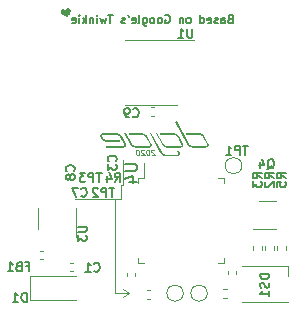
<source format=gbo>
%TF.GenerationSoftware,KiCad,Pcbnew,(5.1.7)-1*%
%TF.CreationDate,2021-02-13T17:52:44+01:00*%
%TF.ProjectId,twonkie,74776f6e-6b69-4652-9e6b-696361645f70,rev?*%
%TF.SameCoordinates,PX448d510PY20b3950*%
%TF.FileFunction,Legend,Bot*%
%TF.FilePolarity,Positive*%
%FSLAX46Y46*%
G04 Gerber Fmt 4.6, Leading zero omitted, Abs format (unit mm)*
G04 Created by KiCad (PCBNEW (5.1.7)-1) date 2021-02-13 17:52:44*
%MOMM*%
%LPD*%
G01*
G04 APERTURE LIST*
%ADD10C,0.127000*%
%ADD11C,0.114300*%
%ADD12C,0.120000*%
%ADD13C,0.100000*%
%ADD14C,0.150000*%
G04 APERTURE END LIST*
D10*
X20026085Y-1030514D02*
X19928114Y-1063171D01*
X19895457Y-1095828D01*
X19862800Y-1161142D01*
X19862800Y-1259114D01*
X19895457Y-1324428D01*
X19928114Y-1357085D01*
X19993428Y-1389742D01*
X20254685Y-1389742D01*
X20254685Y-703942D01*
X20026085Y-703942D01*
X19960771Y-736600D01*
X19928114Y-769257D01*
X19895457Y-834571D01*
X19895457Y-899885D01*
X19928114Y-965200D01*
X19960771Y-997857D01*
X20026085Y-1030514D01*
X20254685Y-1030514D01*
X19274971Y-1389742D02*
X19274971Y-1030514D01*
X19307628Y-965200D01*
X19372942Y-932542D01*
X19503571Y-932542D01*
X19568885Y-965200D01*
X19274971Y-1357085D02*
X19340285Y-1389742D01*
X19503571Y-1389742D01*
X19568885Y-1357085D01*
X19601542Y-1291771D01*
X19601542Y-1226457D01*
X19568885Y-1161142D01*
X19503571Y-1128485D01*
X19340285Y-1128485D01*
X19274971Y-1095828D01*
X18981057Y-1357085D02*
X18915742Y-1389742D01*
X18785114Y-1389742D01*
X18719800Y-1357085D01*
X18687142Y-1291771D01*
X18687142Y-1259114D01*
X18719800Y-1193800D01*
X18785114Y-1161142D01*
X18883085Y-1161142D01*
X18948400Y-1128485D01*
X18981057Y-1063171D01*
X18981057Y-1030514D01*
X18948400Y-965200D01*
X18883085Y-932542D01*
X18785114Y-932542D01*
X18719800Y-965200D01*
X18131971Y-1357085D02*
X18197285Y-1389742D01*
X18327914Y-1389742D01*
X18393228Y-1357085D01*
X18425885Y-1291771D01*
X18425885Y-1030514D01*
X18393228Y-965200D01*
X18327914Y-932542D01*
X18197285Y-932542D01*
X18131971Y-965200D01*
X18099314Y-1030514D01*
X18099314Y-1095828D01*
X18425885Y-1161142D01*
X17511485Y-1389742D02*
X17511485Y-703942D01*
X17511485Y-1357085D02*
X17576800Y-1389742D01*
X17707428Y-1389742D01*
X17772742Y-1357085D01*
X17805400Y-1324428D01*
X17838057Y-1259114D01*
X17838057Y-1063171D01*
X17805400Y-997857D01*
X17772742Y-965200D01*
X17707428Y-932542D01*
X17576800Y-932542D01*
X17511485Y-965200D01*
X16564428Y-1389742D02*
X16629742Y-1357085D01*
X16662400Y-1324428D01*
X16695057Y-1259114D01*
X16695057Y-1063171D01*
X16662400Y-997857D01*
X16629742Y-965200D01*
X16564428Y-932542D01*
X16466457Y-932542D01*
X16401142Y-965200D01*
X16368485Y-997857D01*
X16335828Y-1063171D01*
X16335828Y-1259114D01*
X16368485Y-1324428D01*
X16401142Y-1357085D01*
X16466457Y-1389742D01*
X16564428Y-1389742D01*
X16041914Y-932542D02*
X16041914Y-1389742D01*
X16041914Y-997857D02*
X16009257Y-965200D01*
X15943942Y-932542D01*
X15845971Y-932542D01*
X15780657Y-965200D01*
X15748000Y-1030514D01*
X15748000Y-1389742D01*
X14539685Y-736600D02*
X14605000Y-703942D01*
X14702971Y-703942D01*
X14800942Y-736600D01*
X14866257Y-801914D01*
X14898914Y-867228D01*
X14931571Y-997857D01*
X14931571Y-1095828D01*
X14898914Y-1226457D01*
X14866257Y-1291771D01*
X14800942Y-1357085D01*
X14702971Y-1389742D01*
X14637657Y-1389742D01*
X14539685Y-1357085D01*
X14507028Y-1324428D01*
X14507028Y-1095828D01*
X14637657Y-1095828D01*
X14115142Y-1389742D02*
X14180457Y-1357085D01*
X14213114Y-1324428D01*
X14245771Y-1259114D01*
X14245771Y-1063171D01*
X14213114Y-997857D01*
X14180457Y-965200D01*
X14115142Y-932542D01*
X14017171Y-932542D01*
X13951857Y-965200D01*
X13919200Y-997857D01*
X13886542Y-1063171D01*
X13886542Y-1259114D01*
X13919200Y-1324428D01*
X13951857Y-1357085D01*
X14017171Y-1389742D01*
X14115142Y-1389742D01*
X13494657Y-1389742D02*
X13559971Y-1357085D01*
X13592628Y-1324428D01*
X13625285Y-1259114D01*
X13625285Y-1063171D01*
X13592628Y-997857D01*
X13559971Y-965200D01*
X13494657Y-932542D01*
X13396685Y-932542D01*
X13331371Y-965200D01*
X13298714Y-997857D01*
X13266057Y-1063171D01*
X13266057Y-1259114D01*
X13298714Y-1324428D01*
X13331371Y-1357085D01*
X13396685Y-1389742D01*
X13494657Y-1389742D01*
X12678228Y-932542D02*
X12678228Y-1487714D01*
X12710885Y-1553028D01*
X12743542Y-1585685D01*
X12808857Y-1618342D01*
X12906828Y-1618342D01*
X12972142Y-1585685D01*
X12678228Y-1357085D02*
X12743542Y-1389742D01*
X12874171Y-1389742D01*
X12939485Y-1357085D01*
X12972142Y-1324428D01*
X13004800Y-1259114D01*
X13004800Y-1063171D01*
X12972142Y-997857D01*
X12939485Y-965200D01*
X12874171Y-932542D01*
X12743542Y-932542D01*
X12678228Y-965200D01*
X12253685Y-1389742D02*
X12319000Y-1357085D01*
X12351657Y-1291771D01*
X12351657Y-703942D01*
X11731171Y-1357085D02*
X11796485Y-1389742D01*
X11927114Y-1389742D01*
X11992428Y-1357085D01*
X12025085Y-1291771D01*
X12025085Y-1030514D01*
X11992428Y-965200D01*
X11927114Y-932542D01*
X11796485Y-932542D01*
X11731171Y-965200D01*
X11698514Y-1030514D01*
X11698514Y-1095828D01*
X12025085Y-1161142D01*
X11371942Y-703942D02*
X11437257Y-834571D01*
X11110685Y-1357085D02*
X11045371Y-1389742D01*
X10914742Y-1389742D01*
X10849428Y-1357085D01*
X10816771Y-1291771D01*
X10816771Y-1259114D01*
X10849428Y-1193800D01*
X10914742Y-1161142D01*
X11012714Y-1161142D01*
X11078028Y-1128485D01*
X11110685Y-1063171D01*
X11110685Y-1030514D01*
X11078028Y-965200D01*
X11012714Y-932542D01*
X10914742Y-932542D01*
X10849428Y-965200D01*
X10098314Y-703942D02*
X9706428Y-703942D01*
X9902371Y-1389742D02*
X9902371Y-703942D01*
X9543142Y-932542D02*
X9412514Y-1389742D01*
X9281885Y-1063171D01*
X9151257Y-1389742D01*
X9020628Y-932542D01*
X8759371Y-1389742D02*
X8759371Y-932542D01*
X8759371Y-703942D02*
X8792028Y-736600D01*
X8759371Y-769257D01*
X8726714Y-736600D01*
X8759371Y-703942D01*
X8759371Y-769257D01*
X8432800Y-932542D02*
X8432800Y-1389742D01*
X8432800Y-997857D02*
X8400142Y-965200D01*
X8334828Y-932542D01*
X8236857Y-932542D01*
X8171542Y-965200D01*
X8138885Y-1030514D01*
X8138885Y-1389742D01*
X7812314Y-1389742D02*
X7812314Y-703942D01*
X7747000Y-1128485D02*
X7551057Y-1389742D01*
X7551057Y-932542D02*
X7812314Y-1193800D01*
X7257142Y-1389742D02*
X7257142Y-932542D01*
X7257142Y-703942D02*
X7289800Y-736600D01*
X7257142Y-769257D01*
X7224485Y-736600D01*
X7257142Y-703942D01*
X7257142Y-769257D01*
X6669314Y-1357085D02*
X6734628Y-1389742D01*
X6865257Y-1389742D01*
X6930571Y-1357085D01*
X6963228Y-1291771D01*
X6963228Y-1030514D01*
X6930571Y-965200D01*
X6865257Y-932542D01*
X6734628Y-932542D01*
X6669314Y-965200D01*
X6636657Y-1030514D01*
X6636657Y-1095828D01*
X6963228Y-1161142D01*
D11*
X13608492Y-12175671D02*
X13583999Y-12153900D01*
X13537735Y-12132128D01*
X13428877Y-12132128D01*
X13388056Y-12153900D01*
X13369006Y-12175671D01*
X13352677Y-12219214D01*
X13358120Y-12262757D01*
X13388056Y-12328071D01*
X13681970Y-12589328D01*
X13398942Y-12589328D01*
X13058763Y-12132128D02*
X13015220Y-12132128D01*
X12974399Y-12153900D01*
X12955349Y-12175671D01*
X12939020Y-12219214D01*
X12928135Y-12306300D01*
X12941742Y-12415157D01*
X12974399Y-12502242D01*
X13001613Y-12545785D01*
X13026106Y-12567557D01*
X13072370Y-12589328D01*
X13115913Y-12589328D01*
X13156735Y-12567557D01*
X13175785Y-12545785D01*
X13192113Y-12502242D01*
X13202999Y-12415157D01*
X13189392Y-12306300D01*
X13156735Y-12219214D01*
X13129520Y-12175671D01*
X13105027Y-12153900D01*
X13058763Y-12132128D01*
X12737635Y-12175671D02*
X12713142Y-12153900D01*
X12666877Y-12132128D01*
X12558020Y-12132128D01*
X12517199Y-12153900D01*
X12498149Y-12175671D01*
X12481820Y-12219214D01*
X12487263Y-12262757D01*
X12517199Y-12328071D01*
X12811113Y-12589328D01*
X12528085Y-12589328D01*
X12187906Y-12132128D02*
X12144363Y-12132128D01*
X12103542Y-12153900D01*
X12084492Y-12175671D01*
X12068163Y-12219214D01*
X12057277Y-12306300D01*
X12070885Y-12415157D01*
X12103542Y-12502242D01*
X12130756Y-12545785D01*
X12155249Y-12567557D01*
X12201513Y-12589328D01*
X12245056Y-12589328D01*
X12285877Y-12567557D01*
X12304927Y-12545785D01*
X12321256Y-12502242D01*
X12332142Y-12415157D01*
X12318535Y-12306300D01*
X12285877Y-12219214D01*
X12258663Y-12175671D01*
X12234170Y-12153900D01*
X12187906Y-12132128D01*
D12*
X10922000Y-15113000D02*
X10922000Y-12954000D01*
X10795000Y-15113000D02*
X10922000Y-15113000D01*
X10795000Y-16256000D02*
X10795000Y-15113000D01*
X10287000Y-16256000D02*
X10795000Y-16256000D01*
X6921500Y-16256000D02*
X10287000Y-16256000D01*
X11430000Y-24257000D02*
X10985500Y-24574500D01*
X11430000Y-24257000D02*
X10985500Y-23939500D01*
X10287000Y-24257000D02*
X11430000Y-24257000D01*
X10287000Y-16256000D02*
X10287000Y-24257000D01*
%TO.C,C8*%
X11980500Y-22553665D02*
X11980500Y-22785335D01*
X11260500Y-22553665D02*
X11260500Y-22785335D01*
%TO.C,Q4*%
X22475000Y-16493000D02*
X23875000Y-16493000D01*
X23875000Y-18813000D02*
X21975000Y-18813000D01*
%TO.C,U4*%
X19485000Y-21257500D02*
X19485000Y-21707500D01*
X19485000Y-21707500D02*
X19035000Y-21707500D01*
X19485000Y-14937500D02*
X19485000Y-14487500D01*
X19485000Y-14487500D02*
X19035000Y-14487500D01*
X12265000Y-21257500D02*
X12265000Y-21707500D01*
X12265000Y-21707500D02*
X12715000Y-21707500D01*
X12265000Y-14937500D02*
X12265000Y-14487500D01*
X12265000Y-14487500D02*
X12715000Y-14487500D01*
X12715000Y-14487500D02*
X12715000Y-13197500D01*
D13*
%TO.C,*%
G36*
X6214655Y-854656D02*
G01*
X6162848Y-826408D01*
X6095867Y-796247D01*
X6000165Y-757073D01*
X5945067Y-732814D01*
X5898296Y-709254D01*
X5832708Y-667916D01*
X5782365Y-619780D01*
X5745518Y-562739D01*
X5720420Y-494682D01*
X5709029Y-438621D01*
X5711733Y-394732D01*
X5737260Y-320384D01*
X5783295Y-261733D01*
X5819455Y-233713D01*
X5874070Y-213027D01*
X5931791Y-202942D01*
X5976524Y-210472D01*
X6042799Y-240829D01*
X6088650Y-285422D01*
X6098971Y-303804D01*
X6104103Y-273305D01*
X6123557Y-214196D01*
X6157823Y-166741D01*
X6203376Y-131845D01*
X6256695Y-110414D01*
X6314254Y-103352D01*
X6372533Y-111564D01*
X6428007Y-135957D01*
X6477154Y-177437D01*
X6511603Y-236848D01*
X6534717Y-314976D01*
X6539852Y-389371D01*
X6531242Y-439381D01*
X6513888Y-489573D01*
X6486253Y-542912D01*
X6446797Y-602366D01*
X6393984Y-670903D01*
X6345366Y-735769D01*
X6302124Y-800613D01*
X6270606Y-852956D01*
X6257165Y-880320D01*
X6250621Y-884224D01*
X6214655Y-854656D01*
G37*
%TO.C,dojoe-logo*%
G36*
X17930013Y-11934125D02*
G01*
X17954554Y-11933343D01*
X17978483Y-11931034D01*
X18001726Y-11927257D01*
X18024208Y-11922068D01*
X18045857Y-11915525D01*
X18066598Y-11907685D01*
X18086359Y-11898606D01*
X18105064Y-11888344D01*
X18122642Y-11876958D01*
X18139018Y-11864504D01*
X18154118Y-11851041D01*
X18167869Y-11836624D01*
X18180198Y-11821312D01*
X18191030Y-11805162D01*
X18200293Y-11788232D01*
X18207912Y-11770578D01*
X18213813Y-11752258D01*
X18217924Y-11733330D01*
X18220171Y-11713850D01*
X18220480Y-11693877D01*
X18218777Y-11673467D01*
X18214989Y-11652677D01*
X18209042Y-11631566D01*
X18200863Y-11610191D01*
X18190378Y-11588608D01*
X17859126Y-10970688D01*
X17848653Y-10952803D01*
X17836556Y-10935129D01*
X17822933Y-10917710D01*
X17807880Y-10900591D01*
X17791495Y-10883815D01*
X17773875Y-10867428D01*
X17755116Y-10851472D01*
X17735316Y-10835992D01*
X17714573Y-10821032D01*
X17692982Y-10806637D01*
X17670641Y-10792851D01*
X17647647Y-10779717D01*
X17624098Y-10767280D01*
X17600090Y-10755585D01*
X17575720Y-10744674D01*
X17551086Y-10734594D01*
X17526285Y-10725386D01*
X17501413Y-10717097D01*
X17476567Y-10709769D01*
X17451846Y-10703448D01*
X17427345Y-10698177D01*
X17403163Y-10694000D01*
X17379395Y-10690962D01*
X17356140Y-10689107D01*
X17333494Y-10688479D01*
X16263504Y-10688479D01*
X16263504Y-10822227D01*
X17333494Y-10822227D01*
X17357203Y-10823160D01*
X17381744Y-10825882D01*
X17406927Y-10830277D01*
X17432560Y-10836230D01*
X17458452Y-10843626D01*
X17484414Y-10852349D01*
X17510254Y-10862284D01*
X17535782Y-10873315D01*
X17560806Y-10885327D01*
X17585137Y-10898204D01*
X17608583Y-10911832D01*
X17630954Y-10926094D01*
X17652060Y-10940874D01*
X17671708Y-10956059D01*
X17689709Y-10971532D01*
X17705872Y-10987177D01*
X17720007Y-11002880D01*
X17731922Y-11018525D01*
X17741427Y-11033996D01*
X18072679Y-11651915D01*
X18080250Y-11669446D01*
X18084248Y-11687061D01*
X18084682Y-11704454D01*
X18081563Y-11721316D01*
X18074903Y-11737343D01*
X18064712Y-11752227D01*
X18051000Y-11765663D01*
X18033778Y-11777342D01*
X18013058Y-11786960D01*
X17988850Y-11794210D01*
X17961164Y-11798784D01*
X17930013Y-11800377D01*
X16926897Y-11800377D01*
X16903120Y-11799444D01*
X16878519Y-11796722D01*
X16853284Y-11792327D01*
X16827604Y-11786373D01*
X16801670Y-11778978D01*
X16775673Y-11770254D01*
X16749802Y-11760320D01*
X16724249Y-11749288D01*
X16699203Y-11737276D01*
X16674854Y-11724399D01*
X16651394Y-11710772D01*
X16629012Y-11696510D01*
X16607898Y-11681729D01*
X16588244Y-11666545D01*
X16570239Y-11651072D01*
X16554073Y-11635426D01*
X16539938Y-11619724D01*
X16528022Y-11604079D01*
X16518518Y-11588608D01*
X15492665Y-9676000D01*
X15374966Y-9739310D01*
X16400819Y-11651918D01*
X16411293Y-11669803D01*
X16423390Y-11687477D01*
X16437015Y-11704896D01*
X16452069Y-11722015D01*
X16468456Y-11738791D01*
X16486080Y-11755179D01*
X16504842Y-11771135D01*
X16524647Y-11786614D01*
X16545397Y-11801574D01*
X16566995Y-11815969D01*
X16589345Y-11829756D01*
X16612350Y-11842889D01*
X16635913Y-11855326D01*
X16659936Y-11867022D01*
X16684323Y-11877932D01*
X16708978Y-11888013D01*
X16733802Y-11897220D01*
X16758700Y-11905510D01*
X16783574Y-11912837D01*
X16808328Y-11919159D01*
X16832864Y-11924430D01*
X16857086Y-11928607D01*
X16880896Y-11931645D01*
X16904199Y-11933500D01*
X16926897Y-11934128D01*
X17930013Y-11934125D01*
G37*
G36*
X10923806Y-11942611D02*
G01*
X10950504Y-11941701D01*
X10976544Y-11938998D01*
X11001817Y-11934544D01*
X11026219Y-11928383D01*
X11049642Y-11920555D01*
X11071980Y-11911104D01*
X11093127Y-11900070D01*
X11112975Y-11887497D01*
X11131418Y-11873427D01*
X11148350Y-11857901D01*
X11163663Y-11840962D01*
X11177636Y-11821926D01*
X11189362Y-11801872D01*
X11198783Y-11780930D01*
X11205840Y-11759231D01*
X11210476Y-11736904D01*
X11212631Y-11714081D01*
X11212248Y-11690893D01*
X11209268Y-11667469D01*
X11203633Y-11643941D01*
X11195284Y-11620439D01*
X11184163Y-11597093D01*
X10852912Y-10979174D01*
X10842444Y-10961287D01*
X10830358Y-10943607D01*
X10816753Y-10926179D01*
X10801723Y-10909047D01*
X10785364Y-10892255D01*
X10767773Y-10875849D01*
X10749044Y-10859873D01*
X10729275Y-10844371D01*
X10708560Y-10829387D01*
X10686997Y-10814967D01*
X10664680Y-10801154D01*
X10641705Y-10787994D01*
X10618169Y-10775530D01*
X10594167Y-10763808D01*
X10569796Y-10752872D01*
X10545150Y-10742766D01*
X10520327Y-10733534D01*
X10495421Y-10725222D01*
X10470529Y-10717874D01*
X10445746Y-10711535D01*
X10421169Y-10706248D01*
X10396894Y-10702058D01*
X10373015Y-10699011D01*
X10349630Y-10697149D01*
X10326833Y-10696519D01*
X9323718Y-10696519D01*
X9297018Y-10697430D01*
X9270978Y-10700135D01*
X9245703Y-10704595D01*
X9221302Y-10710768D01*
X9197879Y-10718616D01*
X9175541Y-10728098D01*
X9154396Y-10739174D01*
X9134549Y-10751804D01*
X9116106Y-10765947D01*
X9099175Y-10781563D01*
X9083861Y-10798613D01*
X9069889Y-10817537D01*
X9058163Y-10837502D01*
X9048742Y-10858378D01*
X9041685Y-10880033D01*
X9037049Y-10902338D01*
X9034894Y-10925161D01*
X9035277Y-10948372D01*
X9038257Y-10971840D01*
X9043892Y-10995435D01*
X9052241Y-11019026D01*
X9063361Y-11042482D01*
X9129341Y-11165977D01*
X9139862Y-11183862D01*
X9151995Y-11201536D01*
X9165644Y-11218954D01*
X9180712Y-11236074D01*
X9197106Y-11252849D01*
X9214727Y-11269237D01*
X9233481Y-11285193D01*
X9253272Y-11300673D01*
X9274004Y-11315633D01*
X9295580Y-11330028D01*
X9317906Y-11343814D01*
X9340884Y-11356948D01*
X9364420Y-11369385D01*
X9388417Y-11381080D01*
X9412780Y-11391991D01*
X9437413Y-11402072D01*
X9462219Y-11411279D01*
X9487103Y-11419569D01*
X9511969Y-11426896D01*
X9536722Y-11433218D01*
X9561264Y-11438489D01*
X9585501Y-11442666D01*
X9609337Y-11445704D01*
X9632675Y-11447559D01*
X9655419Y-11448187D01*
X10725409Y-11448187D01*
X10725409Y-11314438D01*
X9655419Y-11314438D01*
X9631647Y-11313509D01*
X9607056Y-11310796D01*
X9581836Y-11306416D01*
X9556178Y-11300481D01*
X9530269Y-11293107D01*
X9504301Y-11284407D01*
X9478462Y-11274495D01*
X9452942Y-11263487D01*
X9427931Y-11251496D01*
X9403618Y-11238636D01*
X9380192Y-11225022D01*
X9357844Y-11210768D01*
X9336762Y-11195988D01*
X9317137Y-11180797D01*
X9299157Y-11165309D01*
X9283012Y-11149638D01*
X9268893Y-11133898D01*
X9256988Y-11118203D01*
X9247486Y-11102669D01*
X9181056Y-10979174D01*
X9171861Y-10956880D01*
X9168490Y-10936063D01*
X9170346Y-10916808D01*
X9176833Y-10899200D01*
X9187356Y-10883324D01*
X9200652Y-10869640D01*
X9217774Y-10857083D01*
X9238684Y-10846260D01*
X9263347Y-10837778D01*
X9291724Y-10832244D01*
X9323779Y-10830264D01*
X10326895Y-10830264D01*
X10350668Y-10831197D01*
X10375260Y-10833919D01*
X10400480Y-10838316D01*
X10426142Y-10844272D01*
X10452054Y-10851671D01*
X10478028Y-10860400D01*
X10503875Y-10870343D01*
X10529406Y-10881385D01*
X10554432Y-10893411D01*
X10578763Y-10906306D01*
X10602210Y-10919955D01*
X10624584Y-10934243D01*
X10645697Y-10949054D01*
X10665358Y-10964274D01*
X10683378Y-10979788D01*
X10699570Y-10995480D01*
X10713743Y-11011236D01*
X10725707Y-11026940D01*
X10735275Y-11042478D01*
X11066525Y-11660398D01*
X11075720Y-11682477D01*
X11079089Y-11703188D01*
X11077232Y-11722444D01*
X11070745Y-11740160D01*
X11060225Y-11756248D01*
X11046933Y-11769742D01*
X11029813Y-11782172D01*
X11008901Y-11792918D01*
X10984237Y-11801361D01*
X10955858Y-11806880D01*
X10923801Y-11808858D01*
X9519439Y-11808858D01*
X9519439Y-11942607D01*
X10923806Y-11942611D01*
G37*
G36*
X13097224Y-11942611D02*
G01*
X13123922Y-11941701D01*
X13149961Y-11938998D01*
X13175235Y-11934544D01*
X13199637Y-11928383D01*
X13223060Y-11920555D01*
X13245398Y-11911104D01*
X13266544Y-11900070D01*
X13286392Y-11887497D01*
X13304835Y-11873427D01*
X13321767Y-11857901D01*
X13337080Y-11840962D01*
X13351053Y-11821926D01*
X13362779Y-11801872D01*
X13372200Y-11780930D01*
X13379258Y-11759231D01*
X13383894Y-11736904D01*
X13386050Y-11714081D01*
X13385668Y-11690893D01*
X13382689Y-11667469D01*
X13377056Y-11643941D01*
X13368709Y-11620439D01*
X13357590Y-11597093D01*
X13026339Y-10979174D01*
X13015869Y-10961287D01*
X13003783Y-10943607D01*
X12990177Y-10926179D01*
X12975146Y-10909047D01*
X12958787Y-10892255D01*
X12941195Y-10875849D01*
X12922467Y-10859873D01*
X12902697Y-10844371D01*
X12881983Y-10829387D01*
X12860419Y-10814967D01*
X12838102Y-10801154D01*
X12815128Y-10787994D01*
X12791592Y-10775530D01*
X12767591Y-10763808D01*
X12743219Y-10752872D01*
X12718574Y-10742766D01*
X12693751Y-10733534D01*
X12668846Y-10725222D01*
X12643954Y-10717874D01*
X12619172Y-10711535D01*
X12594595Y-10706248D01*
X12570320Y-10702058D01*
X12546442Y-10699011D01*
X12523057Y-10697149D01*
X12500260Y-10696519D01*
X11430267Y-10696519D01*
X11430267Y-10830267D01*
X12500257Y-10830267D01*
X12524030Y-10831200D01*
X12548622Y-10833922D01*
X12573842Y-10838319D01*
X12599504Y-10844275D01*
X12625416Y-10851674D01*
X12651390Y-10860403D01*
X12677237Y-10870347D01*
X12702768Y-10881389D01*
X12727794Y-10893415D01*
X12752125Y-10906310D01*
X12775572Y-10919958D01*
X12797946Y-10934246D01*
X12819058Y-10949057D01*
X12838719Y-10964277D01*
X12856740Y-10979791D01*
X12872931Y-10995484D01*
X12887104Y-11011240D01*
X12899069Y-11026944D01*
X12908636Y-11042482D01*
X13239888Y-11660402D01*
X13249079Y-11682481D01*
X13252448Y-11703192D01*
X13250592Y-11722448D01*
X13244107Y-11740164D01*
X13233588Y-11756252D01*
X13220296Y-11769746D01*
X13203176Y-11782176D01*
X13182264Y-11792922D01*
X13157600Y-11801365D01*
X13129221Y-11806884D01*
X13097165Y-11808862D01*
X12094049Y-11808862D01*
X12070277Y-11807933D01*
X12045685Y-11805220D01*
X12020464Y-11800840D01*
X11994803Y-11794905D01*
X11968891Y-11787531D01*
X11942916Y-11778831D01*
X11917069Y-11768919D01*
X11891538Y-11757911D01*
X11866513Y-11745919D01*
X11842182Y-11733060D01*
X11818735Y-11719446D01*
X11796361Y-11705192D01*
X11775248Y-11690412D01*
X11755587Y-11675221D01*
X11737566Y-11659732D01*
X11721375Y-11644061D01*
X11707202Y-11628321D01*
X11695238Y-11612627D01*
X11685669Y-11597093D01*
X11190353Y-10672889D01*
X11072208Y-10736199D01*
X11567970Y-11660404D01*
X11578443Y-11678289D01*
X11590534Y-11695963D01*
X11604150Y-11713381D01*
X11619192Y-11730501D01*
X11635566Y-11747276D01*
X11653173Y-11763664D01*
X11671919Y-11779620D01*
X11691706Y-11795100D01*
X11712438Y-11810059D01*
X11734019Y-11824454D01*
X11756353Y-11838241D01*
X11779342Y-11851374D01*
X11802891Y-11863811D01*
X11826904Y-11875507D01*
X11851283Y-11886417D01*
X11875933Y-11896498D01*
X11900756Y-11905705D01*
X11925658Y-11913995D01*
X11950541Y-11921322D01*
X11975309Y-11927644D01*
X11999865Y-11932915D01*
X12024114Y-11937092D01*
X12047959Y-11940130D01*
X12071303Y-11941985D01*
X12094049Y-11942613D01*
X13097224Y-11942611D01*
G37*
G36*
X15772200Y-11942611D02*
G01*
X15798897Y-11941701D01*
X15824936Y-11938998D01*
X15850210Y-11934544D01*
X15874612Y-11928383D01*
X15898035Y-11920555D01*
X15920373Y-11911104D01*
X15941519Y-11900070D01*
X15961367Y-11887497D01*
X15979810Y-11873427D01*
X15996742Y-11857901D01*
X16012056Y-11840962D01*
X16026030Y-11821926D01*
X16037758Y-11801872D01*
X16047179Y-11780930D01*
X16054237Y-11759231D01*
X16058873Y-11736904D01*
X16061028Y-11714081D01*
X16060645Y-11690893D01*
X16057666Y-11667469D01*
X16052032Y-11643941D01*
X16043684Y-11620439D01*
X16032566Y-11597093D01*
X15701314Y-10979174D01*
X15690845Y-10961287D01*
X15678759Y-10943607D01*
X15665154Y-10926179D01*
X15650124Y-10909047D01*
X15633765Y-10892255D01*
X15616174Y-10875849D01*
X15597445Y-10859873D01*
X15577676Y-10844371D01*
X15556961Y-10829387D01*
X15535398Y-10814967D01*
X15513081Y-10801154D01*
X15490106Y-10787994D01*
X15466570Y-10775530D01*
X15442569Y-10763808D01*
X15418197Y-10752872D01*
X15393551Y-10742766D01*
X15368728Y-10733534D01*
X15343822Y-10725222D01*
X15318930Y-10717874D01*
X15294148Y-10711535D01*
X15269571Y-10706248D01*
X15245295Y-10702058D01*
X15221417Y-10699011D01*
X15198032Y-10697149D01*
X15175236Y-10696519D01*
X14105246Y-10696519D01*
X14105246Y-10830267D01*
X15175236Y-10830267D01*
X15199008Y-10831200D01*
X15223600Y-10833922D01*
X15248820Y-10838319D01*
X15274482Y-10844275D01*
X15300394Y-10851674D01*
X15326368Y-10860403D01*
X15352215Y-10870347D01*
X15377746Y-10881389D01*
X15402772Y-10893415D01*
X15427103Y-10906310D01*
X15450550Y-10919958D01*
X15472924Y-10934246D01*
X15494036Y-10949057D01*
X15513697Y-10964277D01*
X15531718Y-10979791D01*
X15547909Y-10995484D01*
X15562082Y-11011240D01*
X15574047Y-11026944D01*
X15583615Y-11042482D01*
X15914867Y-11660402D01*
X15924061Y-11682481D01*
X15927431Y-11703192D01*
X15925573Y-11722448D01*
X15919086Y-11740164D01*
X15908567Y-11756252D01*
X15895271Y-11769746D01*
X15878149Y-11782176D01*
X15857239Y-11792922D01*
X15832576Y-11801365D01*
X15804198Y-11806884D01*
X15772143Y-11808862D01*
X14769027Y-11808862D01*
X14745254Y-11807933D01*
X14720662Y-11805220D01*
X14695442Y-11800840D01*
X14669780Y-11794905D01*
X14643868Y-11787531D01*
X14617894Y-11778831D01*
X14592047Y-11768919D01*
X14566516Y-11757911D01*
X14541490Y-11745919D01*
X14517159Y-11733060D01*
X14493712Y-11719446D01*
X14471338Y-11705192D01*
X14450226Y-11690412D01*
X14430565Y-11675221D01*
X14412544Y-11659732D01*
X14396353Y-11644061D01*
X14382180Y-11628321D01*
X14370215Y-11612627D01*
X14360648Y-11597093D01*
X13865331Y-10672889D01*
X13747187Y-10736199D01*
X14242949Y-11660404D01*
X14253421Y-11678289D01*
X14265512Y-11695963D01*
X14279128Y-11713381D01*
X14294170Y-11730501D01*
X14310544Y-11747276D01*
X14328151Y-11763664D01*
X14346897Y-11779620D01*
X14366684Y-11795100D01*
X14387416Y-11810059D01*
X14408997Y-11824454D01*
X14431330Y-11838241D01*
X14454320Y-11851374D01*
X14477869Y-11863811D01*
X14501881Y-11875507D01*
X14526261Y-11886417D01*
X14550910Y-11896498D01*
X14575734Y-11905705D01*
X14600636Y-11913995D01*
X14625519Y-11921322D01*
X14650286Y-11927644D01*
X14674843Y-11932915D01*
X14699091Y-11937092D01*
X14722936Y-11940130D01*
X14746280Y-11941985D01*
X14769027Y-11942613D01*
X15772200Y-11942611D01*
G37*
G36*
X15496678Y-12676000D02*
G01*
X15521219Y-12675216D01*
X15545148Y-12672901D01*
X15568391Y-12669114D01*
X15590873Y-12663912D01*
X15612521Y-12657354D01*
X15633263Y-12649495D01*
X15653023Y-12640395D01*
X15671728Y-12630111D01*
X15689306Y-12618701D01*
X15705682Y-12606222D01*
X15720782Y-12592732D01*
X15734533Y-12578289D01*
X15746862Y-12562951D01*
X15757694Y-12546774D01*
X15766956Y-12529818D01*
X15774575Y-12512139D01*
X15780477Y-12493795D01*
X15784588Y-12474844D01*
X15786835Y-12455344D01*
X15787144Y-12435352D01*
X15785441Y-12414926D01*
X15781653Y-12394124D01*
X15775706Y-12373003D01*
X15767527Y-12351622D01*
X15757042Y-12330037D01*
X15754842Y-12326437D01*
X15642047Y-12145876D01*
X15528806Y-12217206D01*
X15639818Y-12394201D01*
X15649218Y-12419611D01*
X15650894Y-12438103D01*
X15648510Y-12456158D01*
X15642179Y-12473422D01*
X15632012Y-12489539D01*
X15618121Y-12504152D01*
X15600619Y-12516906D01*
X15579618Y-12527445D01*
X15555231Y-12535413D01*
X15527569Y-12540455D01*
X15496745Y-12542215D01*
X14660815Y-12542215D01*
X14637042Y-12541282D01*
X14612450Y-12538560D01*
X14587229Y-12534163D01*
X14561568Y-12528207D01*
X14535656Y-12520808D01*
X14509681Y-12512079D01*
X14483834Y-12502135D01*
X14458303Y-12491093D01*
X14433278Y-12479067D01*
X14408947Y-12466172D01*
X14385500Y-12452524D01*
X14363126Y-12438236D01*
X14342013Y-12423425D01*
X14322352Y-12408205D01*
X14304331Y-12392691D01*
X14288140Y-12376998D01*
X14273967Y-12361242D01*
X14262003Y-12345538D01*
X14252435Y-12330000D01*
X13359438Y-10664828D01*
X13241740Y-10728138D01*
X14134737Y-12393309D01*
X14145209Y-12411196D01*
X14157300Y-12428876D01*
X14170916Y-12446304D01*
X14185958Y-12463437D01*
X14202332Y-12480228D01*
X14219939Y-12496634D01*
X14238685Y-12512611D01*
X14258472Y-12528113D01*
X14279204Y-12543097D01*
X14300785Y-12557517D01*
X14323118Y-12571330D01*
X14346108Y-12584490D01*
X14369657Y-12596954D01*
X14393669Y-12608676D01*
X14418049Y-12619612D01*
X14442698Y-12629718D01*
X14467522Y-12638950D01*
X14492424Y-12647262D01*
X14517307Y-12654610D01*
X14542074Y-12660949D01*
X14566631Y-12666236D01*
X14590879Y-12670426D01*
X14614724Y-12673473D01*
X14638068Y-12675335D01*
X14660815Y-12675965D01*
X15496678Y-12676000D01*
G37*
D12*
%TO.C,TP1*%
X21020000Y-13462000D02*
G75*
G03*
X21020000Y-13462000I-700000J0D01*
G01*
%TO.C,TP2*%
X18099000Y-24257000D02*
G75*
G03*
X18099000Y-24257000I-700000J0D01*
G01*
%TO.C,TP3*%
X16067000Y-24257000D02*
G75*
G03*
X16067000Y-24257000I-700000J0D01*
G01*
%TO.C,C9*%
X13346165Y-8530000D02*
X13577835Y-8530000D01*
X13346165Y-9250000D02*
X13577835Y-9250000D01*
%TO.C,U1*%
X13335000Y-8323000D02*
X11135000Y-8323000D01*
X13335000Y-8323000D02*
X15535000Y-8323000D01*
X13335000Y-2853000D02*
X11135000Y-2853000D01*
X13335000Y-2853000D02*
X16935000Y-2853000D01*
%TO.C,U3*%
X6944000Y-17032400D02*
X6944000Y-19482400D01*
X3724000Y-18832400D02*
X3724000Y-17032400D01*
%TO.C,R5*%
X24004000Y-20614621D02*
X24004000Y-20279379D01*
X24764000Y-20614621D02*
X24764000Y-20279379D01*
%TO.C,R4*%
X19725621Y-24637000D02*
X19390379Y-24637000D01*
X19725621Y-23877000D02*
X19390379Y-23877000D01*
%TO.C,R3*%
X21972000Y-20614621D02*
X21972000Y-20279379D01*
X22732000Y-20614621D02*
X22732000Y-20279379D01*
%TO.C,R2*%
X22988000Y-20614621D02*
X22988000Y-20279379D01*
X23748000Y-20614621D02*
X23748000Y-20279379D01*
%TO.C,FB1*%
X4164200Y-21391200D02*
X3963800Y-21391200D01*
X4164200Y-20671200D02*
X3963800Y-20671200D01*
%TO.C,DS1*%
X24937000Y-24995000D02*
X21037000Y-24995000D01*
X24937000Y-21995000D02*
X21037000Y-21995000D01*
X24937000Y-22795000D02*
X24937000Y-21995000D01*
%TO.C,D1*%
X3084000Y-24825200D02*
X3084000Y-22825200D01*
X3084000Y-22825200D02*
X6984000Y-22825200D01*
X3084000Y-24825200D02*
X6984000Y-24825200D01*
%TO.C,C7*%
X13260335Y-24744000D02*
X13028665Y-24744000D01*
X13260335Y-24024000D02*
X13028665Y-24024000D01*
%TO.C,C3*%
X20553000Y-22363165D02*
X20553000Y-22594835D01*
X19833000Y-22363165D02*
X19833000Y-22594835D01*
%TO.C,C1*%
X6488165Y-21687200D02*
X6719835Y-21687200D01*
X6488165Y-22407200D02*
X6719835Y-22407200D01*
%TO.C,C8*%
D10*
X6812642Y-13906500D02*
X6848928Y-13870214D01*
X6885214Y-13761357D01*
X6885214Y-13688785D01*
X6848928Y-13579928D01*
X6776357Y-13507357D01*
X6703785Y-13471071D01*
X6558642Y-13434785D01*
X6449785Y-13434785D01*
X6304642Y-13471071D01*
X6232071Y-13507357D01*
X6159500Y-13579928D01*
X6123214Y-13688785D01*
X6123214Y-13761357D01*
X6159500Y-13870214D01*
X6195785Y-13906500D01*
X6449785Y-14341928D02*
X6413500Y-14269357D01*
X6377214Y-14233071D01*
X6304642Y-14196785D01*
X6268357Y-14196785D01*
X6195785Y-14233071D01*
X6159500Y-14269357D01*
X6123214Y-14341928D01*
X6123214Y-14487071D01*
X6159500Y-14559642D01*
X6195785Y-14595928D01*
X6268357Y-14632214D01*
X6304642Y-14632214D01*
X6377214Y-14595928D01*
X6413500Y-14559642D01*
X6449785Y-14487071D01*
X6449785Y-14341928D01*
X6486071Y-14269357D01*
X6522357Y-14233071D01*
X6594928Y-14196785D01*
X6740071Y-14196785D01*
X6812642Y-14233071D01*
X6848928Y-14269357D01*
X6885214Y-14341928D01*
X6885214Y-14487071D01*
X6848928Y-14559642D01*
X6812642Y-14595928D01*
X6740071Y-14632214D01*
X6594928Y-14632214D01*
X6522357Y-14595928D01*
X6486071Y-14559642D01*
X6449785Y-14487071D01*
%TO.C,Q4*%
X23186571Y-13752285D02*
X23259142Y-13716000D01*
X23331714Y-13643428D01*
X23440571Y-13534571D01*
X23513142Y-13498285D01*
X23585714Y-13498285D01*
X23549428Y-13679714D02*
X23622000Y-13643428D01*
X23694571Y-13570857D01*
X23730857Y-13425714D01*
X23730857Y-13171714D01*
X23694571Y-13026571D01*
X23622000Y-12954000D01*
X23549428Y-12917714D01*
X23404285Y-12917714D01*
X23331714Y-12954000D01*
X23259142Y-13026571D01*
X23222857Y-13171714D01*
X23222857Y-13425714D01*
X23259142Y-13570857D01*
X23331714Y-13643428D01*
X23404285Y-13679714D01*
X23549428Y-13679714D01*
X22569714Y-13171714D02*
X22569714Y-13679714D01*
X22751142Y-12881428D02*
X22932571Y-13425714D01*
X22460857Y-13425714D01*
%TO.C,U4*%
D14*
X11136380Y-13335095D02*
X11945904Y-13335095D01*
X12041142Y-13382714D01*
X12088761Y-13430333D01*
X12136380Y-13525571D01*
X12136380Y-13716047D01*
X12088761Y-13811285D01*
X12041142Y-13858904D01*
X11945904Y-13906523D01*
X11136380Y-13906523D01*
X11469714Y-14811285D02*
X12136380Y-14811285D01*
X11088761Y-14573190D02*
X11803047Y-14335095D01*
X11803047Y-14954142D01*
%TO.C,TP1*%
D10*
X21535571Y-11774714D02*
X21100142Y-11774714D01*
X21317857Y-12536714D02*
X21317857Y-11774714D01*
X20846142Y-12536714D02*
X20846142Y-11774714D01*
X20555857Y-11774714D01*
X20483285Y-11811000D01*
X20447000Y-11847285D01*
X20410714Y-11919857D01*
X20410714Y-12028714D01*
X20447000Y-12101285D01*
X20483285Y-12137571D01*
X20555857Y-12173857D01*
X20846142Y-12173857D01*
X19685000Y-12536714D02*
X20120428Y-12536714D01*
X19902714Y-12536714D02*
X19902714Y-11774714D01*
X19975285Y-11883571D01*
X20047857Y-11956142D01*
X20120428Y-11992428D01*
%TO.C,TP2*%
X10232571Y-15330714D02*
X9797142Y-15330714D01*
X10014857Y-16092714D02*
X10014857Y-15330714D01*
X9543142Y-16092714D02*
X9543142Y-15330714D01*
X9252857Y-15330714D01*
X9180285Y-15367000D01*
X9144000Y-15403285D01*
X9107714Y-15475857D01*
X9107714Y-15584714D01*
X9144000Y-15657285D01*
X9180285Y-15693571D01*
X9252857Y-15729857D01*
X9543142Y-15729857D01*
X8817428Y-15403285D02*
X8781142Y-15367000D01*
X8708571Y-15330714D01*
X8527142Y-15330714D01*
X8454571Y-15367000D01*
X8418285Y-15403285D01*
X8382000Y-15475857D01*
X8382000Y-15548428D01*
X8418285Y-15657285D01*
X8853714Y-16092714D01*
X8382000Y-16092714D01*
%TO.C,TP3*%
X9153071Y-14060714D02*
X8717642Y-14060714D01*
X8935357Y-14822714D02*
X8935357Y-14060714D01*
X8463642Y-14822714D02*
X8463642Y-14060714D01*
X8173357Y-14060714D01*
X8100785Y-14097000D01*
X8064500Y-14133285D01*
X8028214Y-14205857D01*
X8028214Y-14314714D01*
X8064500Y-14387285D01*
X8100785Y-14423571D01*
X8173357Y-14459857D01*
X8463642Y-14459857D01*
X7774214Y-14060714D02*
X7302500Y-14060714D01*
X7556500Y-14351000D01*
X7447642Y-14351000D01*
X7375071Y-14387285D01*
X7338785Y-14423571D01*
X7302500Y-14496142D01*
X7302500Y-14677571D01*
X7338785Y-14750142D01*
X7375071Y-14786428D01*
X7447642Y-14822714D01*
X7665357Y-14822714D01*
X7737928Y-14786428D01*
X7774214Y-14750142D01*
%TO.C,C9*%
X11811000Y-9289142D02*
X11847285Y-9325428D01*
X11956142Y-9361714D01*
X12028714Y-9361714D01*
X12137571Y-9325428D01*
X12210142Y-9252857D01*
X12246428Y-9180285D01*
X12282714Y-9035142D01*
X12282714Y-8926285D01*
X12246428Y-8781142D01*
X12210142Y-8708571D01*
X12137571Y-8636000D01*
X12028714Y-8599714D01*
X11956142Y-8599714D01*
X11847285Y-8636000D01*
X11811000Y-8672285D01*
X11448142Y-9361714D02*
X11303000Y-9361714D01*
X11230428Y-9325428D01*
X11194142Y-9289142D01*
X11121571Y-9180285D01*
X11085285Y-9035142D01*
X11085285Y-8744857D01*
X11121571Y-8672285D01*
X11157857Y-8636000D01*
X11230428Y-8599714D01*
X11375571Y-8599714D01*
X11448142Y-8636000D01*
X11484428Y-8672285D01*
X11520714Y-8744857D01*
X11520714Y-8926285D01*
X11484428Y-8998857D01*
X11448142Y-9035142D01*
X11375571Y-9071428D01*
X11230428Y-9071428D01*
X11157857Y-9035142D01*
X11121571Y-8998857D01*
X11085285Y-8926285D01*
%TO.C,U1*%
X16836571Y-1868714D02*
X16836571Y-2485571D01*
X16800285Y-2558142D01*
X16764000Y-2594428D01*
X16691428Y-2630714D01*
X16546285Y-2630714D01*
X16473714Y-2594428D01*
X16437428Y-2558142D01*
X16401142Y-2485571D01*
X16401142Y-1868714D01*
X15639142Y-2630714D02*
X16074571Y-2630714D01*
X15856857Y-2630714D02*
X15856857Y-1868714D01*
X15929428Y-1977571D01*
X16002000Y-2050142D01*
X16074571Y-2086428D01*
%TO.C,U3*%
X7139214Y-18621828D02*
X7756071Y-18621828D01*
X7828642Y-18658114D01*
X7864928Y-18694400D01*
X7901214Y-18766971D01*
X7901214Y-18912114D01*
X7864928Y-18984685D01*
X7828642Y-19020971D01*
X7756071Y-19057257D01*
X7139214Y-19057257D01*
X7139214Y-19347542D02*
X7139214Y-19819257D01*
X7429500Y-19565257D01*
X7429500Y-19674114D01*
X7465785Y-19746685D01*
X7502071Y-19782971D01*
X7574642Y-19819257D01*
X7756071Y-19819257D01*
X7828642Y-19782971D01*
X7864928Y-19746685D01*
X7901214Y-19674114D01*
X7901214Y-19456400D01*
X7864928Y-19383828D01*
X7828642Y-19347542D01*
%TO.C,R5*%
X24728714Y-14541500D02*
X24365857Y-14287500D01*
X24728714Y-14106071D02*
X23966714Y-14106071D01*
X23966714Y-14396357D01*
X24003000Y-14468928D01*
X24039285Y-14505214D01*
X24111857Y-14541500D01*
X24220714Y-14541500D01*
X24293285Y-14505214D01*
X24329571Y-14468928D01*
X24365857Y-14396357D01*
X24365857Y-14106071D01*
X23966714Y-15230928D02*
X23966714Y-14868071D01*
X24329571Y-14831785D01*
X24293285Y-14868071D01*
X24257000Y-14940642D01*
X24257000Y-15122071D01*
X24293285Y-15194642D01*
X24329571Y-15230928D01*
X24402142Y-15267214D01*
X24583571Y-15267214D01*
X24656142Y-15230928D01*
X24692428Y-15194642D01*
X24728714Y-15122071D01*
X24728714Y-14940642D01*
X24692428Y-14868071D01*
X24656142Y-14831785D01*
%TO.C,R4*%
X10287000Y-14822714D02*
X10541000Y-14459857D01*
X10722428Y-14822714D02*
X10722428Y-14060714D01*
X10432142Y-14060714D01*
X10359571Y-14097000D01*
X10323285Y-14133285D01*
X10287000Y-14205857D01*
X10287000Y-14314714D01*
X10323285Y-14387285D01*
X10359571Y-14423571D01*
X10432142Y-14459857D01*
X10722428Y-14459857D01*
X9633857Y-14314714D02*
X9633857Y-14822714D01*
X9815285Y-14024428D02*
X9996714Y-14568714D01*
X9525000Y-14568714D01*
%TO.C,R3*%
X22696714Y-14541500D02*
X22333857Y-14287500D01*
X22696714Y-14106071D02*
X21934714Y-14106071D01*
X21934714Y-14396357D01*
X21971000Y-14468928D01*
X22007285Y-14505214D01*
X22079857Y-14541500D01*
X22188714Y-14541500D01*
X22261285Y-14505214D01*
X22297571Y-14468928D01*
X22333857Y-14396357D01*
X22333857Y-14106071D01*
X21934714Y-14795500D02*
X21934714Y-15267214D01*
X22225000Y-15013214D01*
X22225000Y-15122071D01*
X22261285Y-15194642D01*
X22297571Y-15230928D01*
X22370142Y-15267214D01*
X22551571Y-15267214D01*
X22624142Y-15230928D01*
X22660428Y-15194642D01*
X22696714Y-15122071D01*
X22696714Y-14904357D01*
X22660428Y-14831785D01*
X22624142Y-14795500D01*
%TO.C,R2*%
X23712714Y-14541500D02*
X23349857Y-14287500D01*
X23712714Y-14106071D02*
X22950714Y-14106071D01*
X22950714Y-14396357D01*
X22987000Y-14468928D01*
X23023285Y-14505214D01*
X23095857Y-14541500D01*
X23204714Y-14541500D01*
X23277285Y-14505214D01*
X23313571Y-14468928D01*
X23349857Y-14396357D01*
X23349857Y-14106071D01*
X23023285Y-14831785D02*
X22987000Y-14868071D01*
X22950714Y-14940642D01*
X22950714Y-15122071D01*
X22987000Y-15194642D01*
X23023285Y-15230928D01*
X23095857Y-15267214D01*
X23168428Y-15267214D01*
X23277285Y-15230928D01*
X23712714Y-14795500D01*
X23712714Y-15267214D01*
%TO.C,FB1*%
X2768600Y-21992771D02*
X3022600Y-21992771D01*
X3022600Y-22391914D02*
X3022600Y-21629914D01*
X2659742Y-21629914D01*
X2115457Y-21992771D02*
X2006600Y-22029057D01*
X1970314Y-22065342D01*
X1934028Y-22137914D01*
X1934028Y-22246771D01*
X1970314Y-22319342D01*
X2006600Y-22355628D01*
X2079171Y-22391914D01*
X2369457Y-22391914D01*
X2369457Y-21629914D01*
X2115457Y-21629914D01*
X2042885Y-21666200D01*
X2006600Y-21702485D01*
X1970314Y-21775057D01*
X1970314Y-21847628D01*
X2006600Y-21920200D01*
X2042885Y-21956485D01*
X2115457Y-21992771D01*
X2369457Y-21992771D01*
X1208314Y-22391914D02*
X1643742Y-22391914D01*
X1426028Y-22391914D02*
X1426028Y-21629914D01*
X1498600Y-21738771D01*
X1571171Y-21811342D01*
X1643742Y-21847628D01*
%TO.C,DS1*%
X23331714Y-22633214D02*
X22569714Y-22633214D01*
X22569714Y-22814642D01*
X22606000Y-22923500D01*
X22678571Y-22996071D01*
X22751142Y-23032357D01*
X22896285Y-23068642D01*
X23005142Y-23068642D01*
X23150285Y-23032357D01*
X23222857Y-22996071D01*
X23295428Y-22923500D01*
X23331714Y-22814642D01*
X23331714Y-22633214D01*
X23295428Y-23358928D02*
X23331714Y-23467785D01*
X23331714Y-23649214D01*
X23295428Y-23721785D01*
X23259142Y-23758071D01*
X23186571Y-23794357D01*
X23114000Y-23794357D01*
X23041428Y-23758071D01*
X23005142Y-23721785D01*
X22968857Y-23649214D01*
X22932571Y-23504071D01*
X22896285Y-23431500D01*
X22860000Y-23395214D01*
X22787428Y-23358928D01*
X22714857Y-23358928D01*
X22642285Y-23395214D01*
X22606000Y-23431500D01*
X22569714Y-23504071D01*
X22569714Y-23685500D01*
X22606000Y-23794357D01*
X23331714Y-24520071D02*
X23331714Y-24084642D01*
X23331714Y-24302357D02*
X22569714Y-24302357D01*
X22678571Y-24229785D01*
X22751142Y-24157214D01*
X22787428Y-24084642D01*
%TO.C,D1*%
X2797628Y-24982714D02*
X2797628Y-24220714D01*
X2616200Y-24220714D01*
X2507342Y-24257000D01*
X2434771Y-24329571D01*
X2398485Y-24402142D01*
X2362200Y-24547285D01*
X2362200Y-24656142D01*
X2398485Y-24801285D01*
X2434771Y-24873857D01*
X2507342Y-24946428D01*
X2616200Y-24982714D01*
X2797628Y-24982714D01*
X1636485Y-24982714D02*
X2071914Y-24982714D01*
X1854200Y-24982714D02*
X1854200Y-24220714D01*
X1926771Y-24329571D01*
X1999342Y-24402142D01*
X2071914Y-24438428D01*
%TO.C,C7*%
X7429500Y-16020142D02*
X7465785Y-16056428D01*
X7574642Y-16092714D01*
X7647214Y-16092714D01*
X7756071Y-16056428D01*
X7828642Y-15983857D01*
X7864928Y-15911285D01*
X7901214Y-15766142D01*
X7901214Y-15657285D01*
X7864928Y-15512142D01*
X7828642Y-15439571D01*
X7756071Y-15367000D01*
X7647214Y-15330714D01*
X7574642Y-15330714D01*
X7465785Y-15367000D01*
X7429500Y-15403285D01*
X7175500Y-15330714D02*
X6667500Y-15330714D01*
X6994071Y-16092714D01*
%TO.C,C3*%
X10368642Y-13081000D02*
X10404928Y-13044714D01*
X10441214Y-12935857D01*
X10441214Y-12863285D01*
X10404928Y-12754428D01*
X10332357Y-12681857D01*
X10259785Y-12645571D01*
X10114642Y-12609285D01*
X10005785Y-12609285D01*
X9860642Y-12645571D01*
X9788071Y-12681857D01*
X9715500Y-12754428D01*
X9679214Y-12863285D01*
X9679214Y-12935857D01*
X9715500Y-13044714D01*
X9751785Y-13081000D01*
X9679214Y-13335000D02*
X9679214Y-13806714D01*
X9969500Y-13552714D01*
X9969500Y-13661571D01*
X10005785Y-13734142D01*
X10042071Y-13770428D01*
X10114642Y-13806714D01*
X10296071Y-13806714D01*
X10368642Y-13770428D01*
X10404928Y-13734142D01*
X10441214Y-13661571D01*
X10441214Y-13443857D01*
X10404928Y-13371285D01*
X10368642Y-13335000D01*
%TO.C,C1*%
X8509000Y-22370142D02*
X8545285Y-22406428D01*
X8654142Y-22442714D01*
X8726714Y-22442714D01*
X8835571Y-22406428D01*
X8908142Y-22333857D01*
X8944428Y-22261285D01*
X8980714Y-22116142D01*
X8980714Y-22007285D01*
X8944428Y-21862142D01*
X8908142Y-21789571D01*
X8835571Y-21717000D01*
X8726714Y-21680714D01*
X8654142Y-21680714D01*
X8545285Y-21717000D01*
X8509000Y-21753285D01*
X7783285Y-22442714D02*
X8218714Y-22442714D01*
X8001000Y-22442714D02*
X8001000Y-21680714D01*
X8073571Y-21789571D01*
X8146142Y-21862142D01*
X8218714Y-21898428D01*
%TD*%
M02*

</source>
